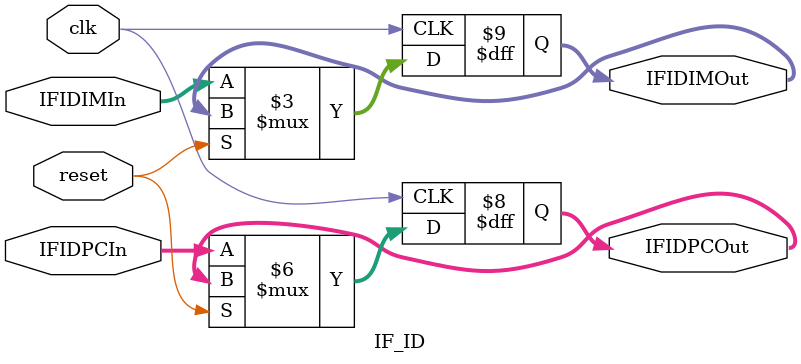
<source format=v>
`timescale 1ns / 1ps

module IF_ID(
    input clk,
    input reset,
    
    input [63:0] IFIDPCIn,
    output reg[63:0] IFIDPCOut,
    input [31:0] IFIDIMIn,
    output reg [31:0] IFIDIMOut
    );
    
    always @(posedge clk)
    begin
        if (reset)
        begin
        
        end
        else
        begin
            IFIDPCOut <= IFIDPCIn;
            IFIDIMOut <= IFIDIMIn;
        end
    end
    
endmodule

</source>
